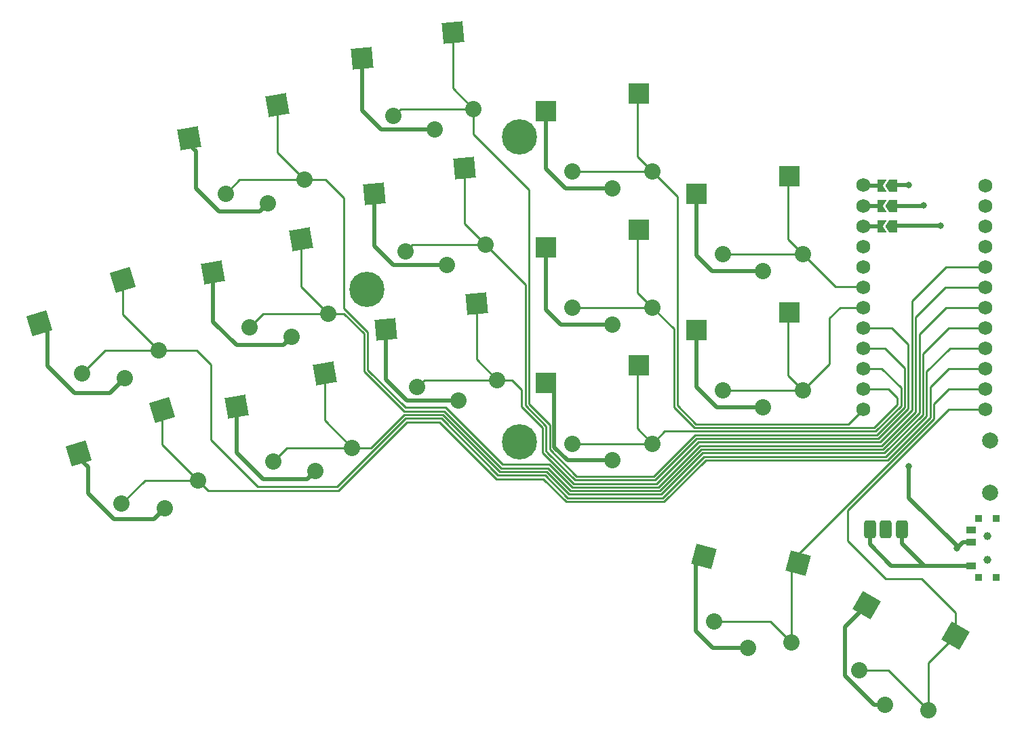
<source format=gtl>
%TF.GenerationSoftware,KiCad,Pcbnew,(6.0.4)*%
%TF.CreationDate,2022-05-14T00:02:04+02:00*%
%TF.ProjectId,battoota,62617474-6f6f-4746-912e-6b696361645f,v1.0.0*%
%TF.SameCoordinates,Original*%
%TF.FileFunction,Copper,L1,Top*%
%TF.FilePolarity,Positive*%
%FSLAX46Y46*%
G04 Gerber Fmt 4.6, Leading zero omitted, Abs format (unit mm)*
G04 Created by KiCad (PCBNEW (6.0.4)) date 2022-05-14 00:02:04*
%MOMM*%
%LPD*%
G01*
G04 APERTURE LIST*
G04 Aperture macros list*
%AMRoundRect*
0 Rectangle with rounded corners*
0 $1 Rounding radius*
0 $2 $3 $4 $5 $6 $7 $8 $9 X,Y pos of 4 corners*
0 Add a 4 corners polygon primitive as box body*
4,1,4,$2,$3,$4,$5,$6,$7,$8,$9,$2,$3,0*
0 Add four circle primitives for the rounded corners*
1,1,$1+$1,$2,$3*
1,1,$1+$1,$4,$5*
1,1,$1+$1,$6,$7*
1,1,$1+$1,$8,$9*
0 Add four rect primitives between the rounded corners*
20,1,$1+$1,$2,$3,$4,$5,0*
20,1,$1+$1,$4,$5,$6,$7,0*
20,1,$1+$1,$6,$7,$8,$9,0*
20,1,$1+$1,$8,$9,$2,$3,0*%
%AMRotRect*
0 Rectangle, with rotation*
0 The origin of the aperture is its center*
0 $1 length*
0 $2 width*
0 $3 Rotation angle, in degrees counterclockwise*
0 Add horizontal line*
21,1,$1,$2,0,0,$3*%
%AMFreePoly0*
4,1,6,0.500000,-0.750000,-0.650000,-0.750000,-0.150000,0.000000,-0.650000,0.750000,0.500000,0.750000,0.500000,-0.750000,0.500000,-0.750000,$1*%
%AMFreePoly1*
4,1,6,1.000000,0.000000,0.500000,-0.750000,-0.500000,-0.750000,-0.500000,0.750000,0.500000,0.750000,1.000000,0.000000,1.000000,0.000000,$1*%
G04 Aperture macros list end*
%TA.AperFunction,SMDPad,CuDef*%
%ADD10R,0.900000X0.900000*%
%TD*%
%TA.AperFunction,SMDPad,CuDef*%
%ADD11R,1.250000X0.900000*%
%TD*%
%TA.AperFunction,ComponentPad*%
%ADD12RoundRect,0.375000X-0.375000X-0.750000X0.375000X-0.750000X0.375000X0.750000X-0.375000X0.750000X0*%
%TD*%
%TA.AperFunction,ComponentPad*%
%ADD13C,2.000000*%
%TD*%
%TA.AperFunction,SMDPad,CuDef*%
%ADD14RotRect,2.600000X2.600000X10.000000*%
%TD*%
%TA.AperFunction,ComponentPad*%
%ADD15C,2.032000*%
%TD*%
%TA.AperFunction,SMDPad,CuDef*%
%ADD16RotRect,2.600000X2.600000X5.000000*%
%TD*%
%TA.AperFunction,SMDPad,CuDef*%
%ADD17R,2.600000X2.600000*%
%TD*%
%TA.AperFunction,SMDPad,CuDef*%
%ADD18RotRect,2.600000X2.600000X330.000000*%
%TD*%
%TA.AperFunction,WasherPad*%
%ADD19C,1.000000*%
%TD*%
%TA.AperFunction,SMDPad,CuDef*%
%ADD20RotRect,2.600000X2.600000X17.000000*%
%TD*%
%TA.AperFunction,SMDPad,CuDef*%
%ADD21RotRect,2.600000X2.600000X345.000000*%
%TD*%
%TA.AperFunction,ComponentPad*%
%ADD22C,1.752600*%
%TD*%
%TA.AperFunction,SMDPad,CuDef*%
%ADD23FreePoly0,180.000000*%
%TD*%
%TA.AperFunction,SMDPad,CuDef*%
%ADD24R,1.524000X0.500000*%
%TD*%
%TA.AperFunction,SMDPad,CuDef*%
%ADD25FreePoly1,180.000000*%
%TD*%
%TA.AperFunction,ComponentPad*%
%ADD26C,4.400000*%
%TD*%
%TA.AperFunction,ViaPad*%
%ADD27C,0.800000*%
%TD*%
%TA.AperFunction,Conductor*%
%ADD28C,0.250000*%
%TD*%
%TA.AperFunction,Conductor*%
%ADD29C,0.500000*%
%TD*%
G04 APERTURE END LIST*
D10*
%TO.P,T1,*%
%TO.N,*%
X161142148Y52149495D03*
X163342148Y59549495D03*
X163342148Y52149495D03*
X161142148Y59549495D03*
D11*
%TO.P,T1,1*%
%TO.N,Braw*%
X160167148Y53599495D03*
%TO.P,T1,2*%
%TO.N,RAW*%
X160167148Y56599495D03*
%TO.P,T1,3*%
%TO.N,N/C*%
X160167148Y58099495D03*
%TD*%
D12*
%TO.P,PAD1,1*%
%TO.N,Braw*%
X151545396Y58163682D03*
%TO.P,PAD1,2*%
%TO.N,GND*%
X149545396Y58163682D03*
%TO.P,PAD1,3*%
%TO.N,Braw*%
X147545396Y58163682D03*
%TD*%
D13*
%TO.P,B1,1*%
%TO.N,RST*%
X162560000Y69290000D03*
%TO.P,B1,2*%
%TO.N,GND*%
X162560000Y62790000D03*
%TD*%
D14*
%TO.P,S11,1*%
%TO.N,P3*%
X73579149Y111173371D03*
%TO.P,S11,2*%
%TO.N,GND*%
X62586645Y107001157D03*
%TD*%
D15*
%TO.P,S34,1*%
%TO.N,P9*%
X146198518Y40569316D03*
X154858772Y35569316D03*
%TO.P,S34,2*%
%TO.N,GND*%
X149478645Y36250663D03*
X149478645Y36250663D03*
%TD*%
D16*
%TO.P,S15,1*%
%TO.N,P18*%
X96965604Y103326961D03*
%TO.P,S15,2*%
%TO.N,GND*%
X85651298Y100128683D03*
%TD*%
D17*
%TO.P,S21,1*%
%TO.N,P16*%
X118686087Y95636017D03*
%TO.P,S21,2*%
%TO.N,GND*%
X107136087Y93436017D03*
%TD*%
D15*
%TO.P,S8,1*%
%TO.N,P5*%
X73026972Y66651093D03*
X82875050Y68387574D03*
%TO.P,S8,2*%
%TO.N,GND*%
X78315672Y65451237D03*
X78315672Y65451237D03*
%TD*%
%TO.P,S14,1*%
%TO.N,P2*%
X91053509Y75957538D03*
X101015456Y76829096D03*
%TO.P,S14,2*%
%TO.N,GND*%
X96217510Y74301308D03*
X96217510Y74301308D03*
%TD*%
%TO.P,S20,1*%
%TO.N,P14*%
X120411087Y68886017D03*
X110411087Y68886017D03*
%TO.P,S20,2*%
%TO.N,GND*%
X115411087Y66786017D03*
X115411087Y66786017D03*
%TD*%
%TO.P,S28,1*%
%TO.N,P19*%
X129192000Y75542500D03*
X139192000Y75542500D03*
%TO.P,S28,2*%
%TO.N,GND*%
X134192000Y73442500D03*
X134192000Y73442500D03*
%TD*%
D17*
%TO.P,S29,1*%
%TO.N,P20*%
X137467000Y102292500D03*
%TO.P,S29,2*%
%TO.N,GND*%
X125917000Y100092500D03*
%TD*%
D18*
%TO.P,S33,1*%
%TO.N,P9*%
X158239878Y44875564D03*
%TO.P,S33,2*%
%TO.N,GND*%
X147137285Y48745308D03*
%TD*%
D14*
%TO.P,S7,1*%
%TO.N,P5*%
X79483187Y77689907D03*
%TO.P,S7,2*%
%TO.N,GND*%
X68490683Y73517693D03*
%TD*%
D19*
%TO.P,T2,*%
%TO.N,*%
X162242148Y57349495D03*
X162242148Y54349495D03*
%TD*%
D20*
%TO.P,S5,1*%
%TO.N,P6*%
X54234545Y89377494D03*
%TO.P,S5,2*%
%TO.N,GND*%
X43832443Y83896730D03*
%TD*%
D17*
%TO.P,S27,1*%
%TO.N,P19*%
X137467000Y85292500D03*
%TO.P,S27,2*%
%TO.N,GND*%
X125917000Y83092500D03*
%TD*%
D14*
%TO.P,S9,1*%
%TO.N,P4*%
X76531168Y94431639D03*
%TO.P,S9,2*%
%TO.N,GND*%
X65538664Y90259425D03*
%TD*%
D15*
%TO.P,S16,1*%
%TO.N,P18*%
X99533808Y93764406D03*
X89571861Y92892848D03*
%TO.P,S16,2*%
%TO.N,GND*%
X94735862Y91236618D03*
X94735862Y91236618D03*
%TD*%
%TO.P,S30,1*%
%TO.N,P20*%
X139192000Y92542500D03*
X129192000Y92542500D03*
%TO.P,S30,2*%
%TO.N,GND*%
X134192000Y90442500D03*
X134192000Y90442500D03*
%TD*%
D16*
%TO.P,S13,1*%
%TO.N,P2*%
X98447252Y86391651D03*
%TO.P,S13,2*%
%TO.N,GND*%
X87132946Y83193373D03*
%TD*%
D15*
%TO.P,S24,1*%
%TO.N,P10*%
X110411087Y102886017D03*
X120411087Y102886017D03*
%TO.P,S24,2*%
%TO.N,GND*%
X115411087Y100786017D03*
X115411087Y100786017D03*
%TD*%
D16*
%TO.P,S17,1*%
%TO.N,P15*%
X95483957Y120262271D03*
%TO.P,S17,2*%
%TO.N,GND*%
X84169651Y117063993D03*
%TD*%
D15*
%TO.P,S4,1*%
%TO.N,P7*%
X54142067Y61376965D03*
X63705114Y64300682D03*
%TO.P,S4,2*%
%TO.N,GND*%
X59537571Y60830584D03*
X59537571Y60830584D03*
%TD*%
%TO.P,S10,1*%
%TO.N,P4*%
X70074953Y83392825D03*
X79923031Y85129306D03*
%TO.P,S10,2*%
%TO.N,GND*%
X75363653Y82192969D03*
X75363653Y82192969D03*
%TD*%
%TO.P,S22,1*%
%TO.N,P16*%
X110411087Y85886017D03*
X120411087Y85886017D03*
%TO.P,S22,2*%
%TO.N,GND*%
X115411087Y83786017D03*
X115411087Y83786017D03*
%TD*%
D21*
%TO.P,S31,1*%
%TO.N,P8*%
X138594426Y53938364D03*
%TO.P,S31,2*%
%TO.N,GND*%
X126868581Y54802687D03*
%TD*%
D22*
%TO.P,MCU1,*%
%TO.N,*%
X161977213Y98602542D03*
D23*
X148993690Y98602542D03*
X148993690Y101142542D03*
D24*
X148068690Y96062542D03*
D22*
X161977213Y96062542D03*
X146737213Y96062542D03*
D24*
X148068690Y101142542D03*
D23*
X148993690Y96062542D03*
D24*
X148068690Y98602542D03*
D22*
X146737213Y101226288D03*
X161977213Y101142542D03*
X146737213Y98602542D03*
D25*
%TO.P,MCU1,1*%
%TO.N,RAW*%
X150443690Y101142542D03*
%TO.P,MCU1,2*%
%TO.N,GND*%
X150443690Y98602542D03*
%TO.P,MCU1,3*%
%TO.N,RST*%
X150443690Y96062542D03*
D22*
%TO.P,MCU1,4*%
%TO.N,VCC*%
X146737213Y93522542D03*
%TO.P,MCU1,5*%
%TO.N,P21*%
X146737213Y90982542D03*
%TO.P,MCU1,6*%
%TO.N,P20*%
X146737213Y88442542D03*
%TO.P,MCU1,7*%
%TO.N,P19*%
X146737213Y85902542D03*
%TO.P,MCU1,8*%
%TO.N,P18*%
X146737213Y83362542D03*
%TO.P,MCU1,9*%
%TO.N,P15*%
X146737213Y80822542D03*
%TO.P,MCU1,10*%
%TO.N,P14*%
X146737213Y78282542D03*
%TO.P,MCU1,11*%
%TO.N,P16*%
X146737213Y75742542D03*
%TO.P,MCU1,12*%
%TO.N,P10*%
X146737213Y73202542D03*
%TO.P,MCU1,16*%
%TO.N,N/C*%
X161977213Y93522542D03*
%TO.P,MCU1,17*%
%TO.N,P2*%
X161977213Y90982542D03*
%TO.P,MCU1,18*%
%TO.N,P3*%
X161977213Y88442542D03*
%TO.P,MCU1,19*%
%TO.N,P4*%
X161977213Y85902542D03*
%TO.P,MCU1,20*%
%TO.N,P5*%
X161977213Y83362542D03*
%TO.P,MCU1,21*%
%TO.N,P6*%
X161977213Y80822542D03*
%TO.P,MCU1,22*%
%TO.N,P7*%
X161977213Y78282542D03*
%TO.P,MCU1,23*%
%TO.N,P8*%
X161977213Y75742542D03*
%TO.P,MCU1,24*%
%TO.N,P9*%
X161977213Y73202542D03*
%TD*%
D20*
%TO.P,S3,1*%
%TO.N,P7*%
X59204864Y73120313D03*
%TO.P,S3,2*%
%TO.N,GND*%
X48802762Y67639549D03*
%TD*%
D15*
%TO.P,S32,1*%
%TO.N,P8*%
X137737163Y44074125D03*
X128077904Y46662315D03*
%TO.P,S32,2*%
%TO.N,GND*%
X132364014Y43339776D03*
X132364014Y43339776D03*
%TD*%
D26*
%TO.P,REF\u002A\u002A,1*%
%TO.N,N/C*%
X84747220Y88141427D03*
X103797220Y69091427D03*
X103797220Y107191427D03*
%TD*%
D15*
%TO.P,S12,1*%
%TO.N,P3*%
X76971012Y101871038D03*
X67122934Y100134557D03*
%TO.P,S12,2*%
%TO.N,GND*%
X72411634Y98934701D03*
X72411634Y98934701D03*
%TD*%
D17*
%TO.P,S23,1*%
%TO.N,P10*%
X118686087Y112636017D03*
%TO.P,S23,2*%
%TO.N,GND*%
X107136087Y110436017D03*
%TD*%
D15*
%TO.P,S6,1*%
%TO.N,P6*%
X49171748Y77634146D03*
X58734795Y80557863D03*
%TO.P,S6,2*%
%TO.N,GND*%
X54567252Y77087765D03*
X54567252Y77087765D03*
%TD*%
D17*
%TO.P,S19,1*%
%TO.N,P14*%
X118686087Y78636017D03*
%TO.P,S19,2*%
%TO.N,GND*%
X107136087Y76436017D03*
%TD*%
D15*
%TO.P,S18,1*%
%TO.N,P15*%
X88090214Y109828158D03*
X98052161Y110699716D03*
%TO.P,S18,2*%
%TO.N,GND*%
X93254215Y108171928D03*
X93254215Y108171928D03*
%TD*%
D27*
%TO.N,GND*%
X154304587Y98650426D03*
%TO.N,RAW*%
X158403261Y55849495D03*
X152400000Y66040000D03*
X152400000Y101213143D03*
%TO.N,RST*%
X156389782Y96106346D03*
%TD*%
D28*
%TO.N,P6*%
X157527339Y80822542D02*
X154628374Y77923577D01*
X58734795Y80557863D02*
X52095465Y80557863D01*
X54234545Y89377494D02*
X54234545Y85058113D01*
X52095465Y80557863D02*
X49171748Y77634146D01*
X94028116Y72037521D02*
X89562066Y72037521D01*
X54234545Y85058113D02*
X58734795Y80557863D01*
X154628374Y72346106D02*
X149562665Y67280397D01*
X65297412Y69322588D02*
X65297412Y78740000D01*
X149562665Y67280397D02*
X126862431Y67280397D01*
X161977213Y80822542D02*
X157527339Y80822542D01*
X126862431Y67280397D02*
X126311018Y66728983D01*
X121686138Y62104105D02*
X109813673Y62104105D01*
X109813673Y62104105D02*
X106982862Y64934916D01*
X71120000Y63500000D02*
X65297412Y69322588D01*
X63479549Y80557863D02*
X58734795Y80557863D01*
X126311018Y66728983D02*
X121686138Y62104105D01*
X89562066Y72037521D02*
X81024544Y63500000D01*
X154628374Y77923577D02*
X154628374Y72346106D01*
X81024544Y63500000D02*
X71120000Y63500000D01*
X101130724Y64934916D02*
X94028116Y72037521D01*
X65297412Y78740000D02*
X63479549Y80557863D01*
X106982862Y64934916D02*
X101130724Y64934916D01*
D29*
%TO.N,GND*%
X108153560Y75418544D02*
X107136087Y76436017D01*
X63384822Y105421809D02*
X62586645Y106219986D01*
X96217510Y74301308D02*
X89760656Y74301308D01*
X134192000Y90442500D02*
X127825621Y90442500D01*
X63384822Y100802250D02*
X63384822Y105421809D01*
X128464518Y73442500D02*
X125917000Y75990018D01*
X75363653Y82192969D02*
X74347654Y81176970D01*
X115411087Y66786017D02*
X109815760Y66786017D01*
X125917000Y92351121D02*
X125917000Y100092500D01*
X108153560Y68448217D02*
X108153560Y75418544D01*
X62586645Y106219986D02*
X62586645Y107001157D01*
X66268370Y97918702D02*
X63384822Y100802250D01*
X74347654Y81176970D02*
X68485407Y81176970D01*
X71813295Y64435238D02*
X68490683Y67757850D01*
X89760656Y74301308D02*
X87132946Y76929018D01*
X125807135Y53741241D02*
X126868581Y54802687D01*
X109815760Y66786017D02*
X108153560Y68448217D01*
X49917361Y65987885D02*
X48802762Y67102484D01*
X144424400Y39868068D02*
X144424400Y46032423D01*
X125807135Y45471746D02*
X125807135Y53741241D01*
X59537571Y60830584D02*
X58196209Y59489222D01*
X77299673Y64435238D02*
X71813295Y64435238D01*
X115411087Y83786017D02*
X108973745Y83786017D01*
X78315672Y65451237D02*
X77299673Y64435238D01*
X58196209Y59489222D02*
X53137791Y59489222D01*
X71395635Y97918702D02*
X66268370Y97918702D01*
X132364014Y43339776D02*
X127939105Y43339776D01*
X53137791Y59489222D02*
X49917361Y62709652D01*
X134192000Y73442500D02*
X128464518Y73442500D01*
X107136087Y103216201D02*
X107136087Y110436017D01*
X86601289Y108171928D02*
X86570217Y108140856D01*
X93254215Y108171928D02*
X86601289Y108171928D01*
X115411087Y100786017D02*
X109566271Y100786017D01*
X68485407Y81176970D02*
X65538664Y84123713D01*
X85651298Y93599163D02*
X85651298Y100128683D01*
X65538664Y84123713D02*
X65538664Y90259425D01*
X48802762Y67102484D02*
X48802762Y67639549D01*
X144424400Y46032423D02*
X147137285Y48745308D01*
X127939105Y43339776D02*
X125807135Y45471746D01*
X148041805Y36250663D02*
X144424400Y39868068D01*
X154256703Y98602542D02*
X150443690Y98602542D01*
X108153560Y76015027D02*
X107136087Y77032500D01*
X109566271Y100786017D02*
X107136087Y103216201D01*
X94735862Y91236618D02*
X88013843Y91236618D01*
X48232895Y75218284D02*
X44864298Y78586881D01*
X87132946Y76929018D02*
X87132946Y83193373D01*
X88013843Y91236618D02*
X85651298Y93599163D01*
X108973745Y83786017D02*
X107136087Y85623675D01*
X154304587Y98650426D02*
X154256703Y98602542D01*
X127825621Y90442500D02*
X125917000Y92351121D01*
X44864298Y78586881D02*
X44864298Y82864875D01*
X86570217Y108140856D02*
X84169651Y110541422D01*
X54567252Y77087765D02*
X52697771Y75218284D01*
X72411634Y98934701D02*
X71395635Y97918702D01*
X149478645Y36250663D02*
X148041805Y36250663D01*
X68490683Y67757850D02*
X68490683Y73517693D01*
X52697771Y75218284D02*
X48232895Y75218284D01*
X107136087Y85623675D02*
X107136087Y93436017D01*
X44864298Y82864875D02*
X43832443Y83896730D01*
X49917361Y62709652D02*
X49917361Y65987885D01*
X125917000Y75990018D02*
X125917000Y83092500D01*
X84169651Y110541422D02*
X84169651Y117063993D01*
D28*
%TO.N,P5*%
X154178854Y72532303D02*
X154178854Y80140845D01*
X157383378Y83345369D02*
X161960040Y83345369D01*
X121499941Y62553625D02*
X126676233Y67729917D01*
X79483187Y71779437D02*
X82875050Y68387574D01*
X94214315Y72487041D02*
X101316920Y65384436D01*
X154178854Y80140845D02*
X157383378Y83345369D01*
X149376468Y67729917D02*
X154178854Y72532303D01*
X101316920Y65384436D02*
X107169060Y65384436D01*
X82875050Y68387574D02*
X74763453Y68387574D01*
X79483187Y77689907D02*
X79483187Y71779437D01*
X74763453Y68387574D02*
X73026972Y66651093D01*
X85276400Y68387574D02*
X89375867Y72487041D01*
X109999871Y62553625D02*
X121499941Y62553625D01*
X107169060Y65384436D02*
X109999871Y62553625D01*
X82875050Y68387574D02*
X85276400Y68387574D01*
X89375867Y72487041D02*
X94214315Y72487041D01*
X126676233Y67729917D02*
X149376468Y67729917D01*
%TO.N,P4*%
X126490035Y68179437D02*
X149190270Y68179437D01*
X76531168Y88521169D02*
X79923031Y85129306D01*
X94400512Y72936561D02*
X101503117Y65833956D01*
X110186071Y63003145D02*
X121313741Y63003145D01*
X76531168Y94431639D02*
X76531168Y88521169D01*
X149190270Y68179437D02*
X153729334Y72718501D01*
X153729334Y82609334D02*
X157024799Y85904799D01*
X84386480Y77933067D02*
X89382986Y72936561D01*
X84386480Y82617802D02*
X84386480Y77933067D01*
X157024799Y85904799D02*
X161974956Y85904799D01*
X79923031Y85129306D02*
X71811434Y85129306D01*
X89382986Y72936561D02*
X94400512Y72936561D01*
X81874976Y85129306D02*
X84386480Y82617802D01*
X107355257Y65833956D02*
X110186071Y63003145D01*
X79923031Y85129306D02*
X81874976Y85129306D01*
X161974956Y85904799D02*
X161977213Y85902542D01*
X153729334Y72718501D02*
X153729334Y82609334D01*
X71811434Y85129306D02*
X70074953Y83392825D01*
X101503117Y65833956D02*
X107355257Y65833956D01*
X121313741Y63003145D02*
X126490035Y68179437D01*
%TO.N,P3*%
X68859415Y101871038D02*
X67122934Y100134557D01*
X107541455Y66283476D02*
X110372268Y63452665D01*
X73579149Y111173371D02*
X73579149Y105262901D01*
X149004072Y68628957D02*
X153249052Y72873937D01*
X81858703Y85781297D02*
X84836000Y82804000D01*
X110372268Y63452665D02*
X121127544Y63452665D01*
X81858703Y99573497D02*
X81858703Y85781297D01*
X153249052Y84703008D02*
X156988586Y88442542D01*
X76971012Y101871038D02*
X68859415Y101871038D01*
X79561162Y101871038D02*
X81858703Y99573497D01*
X101689314Y66283476D02*
X107541455Y66283476D01*
X153249052Y72873937D02*
X153249052Y84703008D01*
X76971012Y101871038D02*
X79561162Y101871038D01*
X89569184Y73386081D02*
X94586709Y73386081D01*
X84836000Y82804000D02*
X84836000Y78119265D01*
X126303837Y68628957D02*
X149004072Y68628957D01*
X73579149Y105262901D02*
X76971012Y101871038D01*
X94586709Y73386081D02*
X101689314Y66283476D01*
X156988586Y88442542D02*
X161977213Y88442542D01*
X121127544Y63452665D02*
X126303837Y68628957D01*
X84836000Y78119265D02*
X89569184Y73386081D01*
%TO.N,P2*%
X104079160Y75594064D02*
X104079160Y73484347D01*
X106680001Y67780648D02*
X110558465Y63902185D01*
X110558465Y63902185D02*
X120941347Y63902185D01*
X91925067Y76829096D02*
X91053509Y75957538D01*
X106680000Y70883507D02*
X106680001Y67780648D01*
X101015456Y76829096D02*
X98447252Y79397300D01*
X152799532Y73060135D02*
X152799532Y86738477D01*
X98447252Y79397300D02*
X98447252Y86391651D01*
X104079160Y73484347D02*
X106680000Y70883507D01*
X120941347Y63902185D02*
X126117639Y69078477D01*
X126117639Y69078477D02*
X148817874Y69078477D01*
X101015456Y76829096D02*
X102844128Y76829096D01*
X102844128Y76829096D02*
X104079160Y75594064D01*
X152799532Y86738477D02*
X157043597Y90982542D01*
X157043597Y90982542D02*
X161977213Y90982542D01*
X101015456Y76829096D02*
X91925067Y76829096D01*
X148817874Y69078477D02*
X152799532Y73060135D01*
%TO.N,P18*%
X110744662Y64351705D02*
X120755149Y64351705D01*
X104528680Y88769534D02*
X104528680Y73670546D01*
X152350012Y73246333D02*
X152350012Y81329988D01*
X99533808Y93764406D02*
X90443419Y93764406D01*
X96965604Y96332610D02*
X99533808Y93764406D01*
X107129520Y67966846D02*
X107392843Y67703524D01*
X150317458Y83362542D02*
X146737213Y83362542D01*
X107392843Y67703524D02*
X110744662Y64351705D01*
X99533808Y93764406D02*
X104528680Y88769534D01*
X148631676Y69527997D02*
X152350012Y73246333D01*
X125931441Y69527997D02*
X148631676Y69527997D01*
X96965604Y103326961D02*
X96965604Y96332610D01*
X90443419Y93764406D02*
X89571861Y92892848D01*
X107129520Y71069705D02*
X107129520Y67966846D01*
X152350012Y81329988D02*
X150317458Y83362542D01*
X104528680Y73670546D02*
X107129520Y71069705D01*
X120755149Y64351705D02*
X125931441Y69527997D01*
%TO.N,P15*%
X148445478Y69977517D02*
X151900492Y73432531D01*
X120568951Y64801225D02*
X125745243Y69977517D01*
X98052161Y107541789D02*
X104978200Y100615750D01*
X151900492Y78376564D02*
X149454514Y80822542D01*
X98052161Y110699716D02*
X98052161Y107541789D01*
X95483957Y120262271D02*
X95483957Y113267920D01*
X125745243Y69977517D02*
X148445478Y69977517D01*
X110930859Y64801225D02*
X120568951Y64801225D01*
X107579040Y71255902D02*
X107579040Y68153044D01*
X88961772Y110699716D02*
X88090214Y109828158D01*
X149454514Y80822542D02*
X146737213Y80822542D01*
X98052161Y110699716D02*
X88961772Y110699716D01*
X151900492Y73432531D02*
X151900492Y78376564D01*
X104978200Y100615750D02*
X104978200Y73856744D01*
X95483957Y113267920D02*
X98052161Y110699716D01*
X104978200Y73856744D02*
X107579040Y71255902D01*
X107579040Y68153044D02*
X110930859Y64801225D01*
%TO.N,P14*%
X148259280Y70427037D02*
X121952107Y70427037D01*
X146737213Y78282542D02*
X149026535Y78282542D01*
X120411087Y68886017D02*
X110411087Y68886017D01*
X118536566Y78486496D02*
X118536566Y70760538D01*
X151450972Y75858105D02*
X151450972Y73618729D01*
X151450972Y73618729D02*
X148259280Y70427037D01*
X118536566Y70760538D02*
X120411087Y68886017D01*
X118686087Y78636017D02*
X118536566Y78486496D01*
X149026535Y78282542D02*
X151450972Y75858105D01*
X121952107Y70427037D02*
X120411087Y68886017D01*
%TO.N,P16*%
X118536566Y87760538D02*
X120411087Y85886017D01*
X110411087Y85886017D02*
X120411087Y85886017D01*
X151001452Y73804926D02*
X151001452Y74601090D01*
X118536566Y95486496D02*
X118536566Y87760538D01*
X120411087Y85886017D02*
X123069394Y83227710D01*
X151001452Y74601090D02*
X149860000Y75742542D01*
X123069394Y73457570D02*
X125650407Y70876557D01*
X125650407Y70876557D02*
X148073083Y70876557D01*
X148073083Y70876557D02*
X151001452Y73804926D01*
X123069394Y83227710D02*
X123069394Y73457570D01*
X149860000Y75742542D02*
X146737213Y75742542D01*
X118686087Y95636017D02*
X118536566Y95486496D01*
%TO.N,P10*%
X118536566Y112486496D02*
X118536566Y104760538D01*
X123518914Y99778190D02*
X123518914Y73643767D01*
X120411087Y102886017D02*
X110411087Y102886017D01*
X118686087Y112636017D02*
X118536566Y112486496D01*
X125836604Y71326077D02*
X144860748Y71326077D01*
X144860748Y71326077D02*
X146737213Y73202542D01*
X123518914Y73643767D02*
X125836604Y71326077D01*
X120411087Y102886017D02*
X123518914Y99778190D01*
X118536566Y104760538D02*
X120411087Y102886017D01*
%TO.N,P19*%
X143851676Y85902542D02*
X146737213Y85902542D01*
X137317479Y77417021D02*
X137317479Y85142979D01*
X139192000Y75542500D02*
X137317479Y77417021D01*
X137317479Y85142979D02*
X137467000Y85292500D01*
X142514611Y84565477D02*
X143851676Y85902542D01*
X139192000Y75542500D02*
X142514611Y78865111D01*
X129192000Y75542500D02*
X139192000Y75542500D01*
X142514611Y78865111D02*
X142514611Y84565477D01*
%TO.N,P20*%
X139192000Y92542500D02*
X143260443Y88474057D01*
X137317479Y94417021D02*
X137317479Y102142979D01*
X137317479Y102142979D02*
X137467000Y102292500D01*
X139192000Y92542500D02*
X137317479Y94417021D01*
X143260443Y88474057D02*
X146705698Y88474057D01*
X146705698Y88474057D02*
X146737213Y88442542D01*
X129192000Y92542500D02*
X139192000Y92542500D01*
%TO.N,P7*%
X157360570Y78282542D02*
X155077894Y75999866D01*
X81210741Y63050480D02*
X64955316Y63050480D01*
X155077894Y75999866D02*
X155077894Y72159908D01*
X59204864Y68800932D02*
X63705114Y64300682D01*
X64955316Y63050480D02*
X63705114Y64300682D01*
X149748863Y66830877D02*
X127048629Y66830877D01*
X106796665Y64485396D02*
X100944526Y64485396D01*
X155077894Y72159908D02*
X149748863Y66830877D01*
X121872336Y61654585D02*
X109627476Y61654585D01*
X127048629Y66830877D02*
X121872336Y61654585D01*
X63705114Y64300682D02*
X57065784Y64300682D01*
X93841919Y71588001D02*
X89748263Y71588001D01*
X57065784Y64300682D02*
X54142067Y61376965D01*
X100944526Y64485396D02*
X93841919Y71588001D01*
X161977213Y78282542D02*
X157360570Y78282542D01*
X109627476Y61654585D02*
X106796665Y64485396D01*
X59204864Y73120313D02*
X59204864Y68800932D01*
X89748263Y71588001D02*
X81210741Y63050480D01*
%TO.N,P8*%
X135148973Y46662315D02*
X128077904Y46662315D01*
X137737163Y44074125D02*
X135148973Y46662315D01*
X155527414Y73853023D02*
X155527414Y71973711D01*
X138594426Y53938364D02*
X137737163Y53081101D01*
X157416933Y75742542D02*
X155527414Y73853023D01*
X138594426Y55040723D02*
X138594426Y54387884D01*
X155527414Y71973711D02*
X138594426Y55040723D01*
X137737163Y53081101D02*
X137737163Y44074125D01*
X161977213Y75742542D02*
X157416933Y75742542D01*
%TO.N,P9*%
X144780000Y56738381D02*
X149508278Y52010103D01*
X153982011Y52010103D02*
X158239878Y47752236D01*
X158239878Y47752236D02*
X158239878Y44875564D01*
X149858772Y40569316D02*
X146198518Y40569316D01*
X157391963Y73202542D02*
X144780000Y60590579D01*
X158239878Y44875564D02*
X154858772Y41494458D01*
X144780000Y60590579D02*
X144780000Y56738381D01*
X154858772Y35569316D02*
X149858772Y40569316D01*
X149508278Y52010103D02*
X153982011Y52010103D01*
X154858772Y41494458D02*
X154858772Y35569316D01*
X161977213Y73202542D02*
X157391963Y73202542D01*
D29*
%TO.N,RAW*%
X152400000Y62118371D02*
X158403261Y56115110D01*
X152372041Y101185184D02*
X150419502Y101185184D01*
X152400000Y101213143D02*
X152372041Y101185184D01*
X152400000Y66040000D02*
X152400000Y62118371D01*
X159153261Y56599495D02*
X160167148Y56599495D01*
X158403261Y55849495D02*
X159153261Y56599495D01*
X158403261Y56115110D02*
X158403261Y55849495D01*
%TO.N,RST*%
X150466332Y96085184D02*
X150443690Y96062542D01*
X156389782Y96106346D02*
X156368620Y96085184D01*
X156368620Y96085184D02*
X150466332Y96085184D01*
%TO.N,Braw*%
X147545396Y56290799D02*
X147545396Y58163682D01*
X154369670Y53599495D02*
X160167148Y53599495D01*
X160164153Y53596500D02*
X150239695Y53596500D01*
X151545396Y56423769D02*
X154369670Y53599495D01*
X160167148Y53599495D02*
X160164153Y53596500D01*
X151545396Y58163682D02*
X151545396Y56423769D01*
X150239695Y53596500D02*
X147545396Y56290799D01*
%TD*%
M02*

</source>
